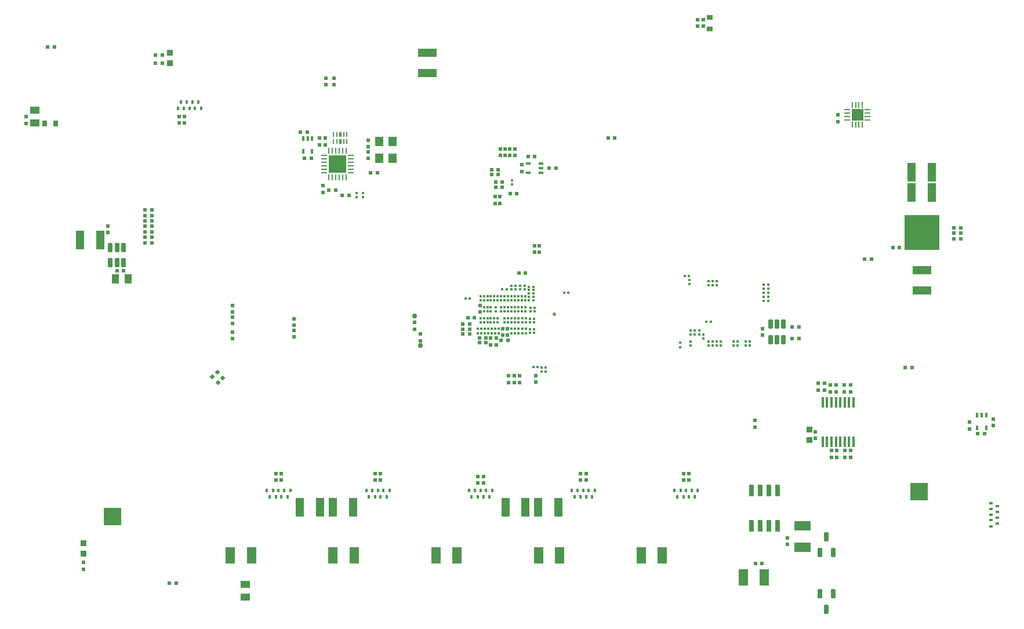
<source format=gbp>
%FSLAX23Y23*%
%MOIN*%
%SFA1B1*%

%IPPOS*%
%AMD23*
4,1,8,0.022200,-0.017400,0.022200,0.017400,0.017400,0.022200,-0.017400,0.022200,-0.022200,0.017400,-0.022200,-0.017400,-0.017400,-0.022200,0.017400,-0.022200,0.022200,-0.017400,0.0*
1,1,0.009780,0.017400,-0.017400*
1,1,0.009780,0.017400,0.017400*
1,1,0.009780,-0.017400,0.017400*
1,1,0.009780,-0.017400,-0.017400*
%
%AMD31*
4,1,8,0.004900,-0.015000,0.004900,0.015000,0.003700,0.016200,-0.003700,0.016200,-0.004900,0.015000,-0.004900,-0.015000,-0.003700,-0.016200,0.003700,-0.016200,0.004900,-0.015000,0.0*
1,1,0.002460,0.003700,-0.015000*
1,1,0.002460,0.003700,0.015000*
1,1,0.002460,-0.003700,0.015000*
1,1,0.002460,-0.003700,-0.015000*
%
%AMD32*
4,1,8,0.016200,-0.003700,0.016200,0.003700,0.015000,0.004900,-0.015000,0.004900,-0.016200,0.003700,-0.016200,-0.003700,-0.015000,-0.004900,0.015000,-0.004900,0.016200,-0.003700,0.0*
1,1,0.002460,0.015000,-0.003700*
1,1,0.002460,0.015000,0.003700*
1,1,0.002460,-0.015000,0.003700*
1,1,0.002460,-0.015000,-0.003700*
%
%AMD72*
4,1,8,-0.011800,0.023100,-0.011800,-0.023100,-0.008900,-0.026100,0.008900,-0.026100,0.011800,-0.023100,0.011800,0.023100,0.008900,0.026100,-0.008900,0.026100,-0.011800,0.023100,0.0*
1,1,0.005900,-0.008900,0.023100*
1,1,0.005900,-0.008900,-0.023100*
1,1,0.005900,0.008900,-0.023100*
1,1,0.005900,0.008900,0.023100*
%
%AMD80*
4,1,8,-0.007900,0.027100,-0.007900,-0.027100,-0.005900,-0.029000,0.005900,-0.029000,0.007900,-0.027100,0.007900,0.027100,0.005900,0.029000,-0.005900,0.029000,-0.007900,0.027100,0.0*
1,1,0.003940,-0.005900,0.027100*
1,1,0.003940,-0.005900,-0.027100*
1,1,0.003940,0.005900,-0.027100*
1,1,0.003940,0.005900,0.027100*
%
%AMD292*
4,1,8,-0.015000,-0.004900,0.015000,-0.004900,0.016200,-0.003700,0.016200,0.003700,0.015000,0.004900,-0.015000,0.004900,-0.016200,0.003700,-0.016200,-0.003700,-0.015000,-0.004900,0.0*
1,1,0.002460,-0.015000,-0.003700*
1,1,0.002460,0.015000,-0.003700*
1,1,0.002460,0.015000,0.003700*
1,1,0.002460,-0.015000,0.003700*
%
%AMD293*
4,1,8,-0.003700,-0.016200,0.003700,-0.016200,0.004900,-0.015000,0.004900,0.015000,0.003700,0.016200,-0.003700,0.016200,-0.004900,0.015000,-0.004900,-0.015000,-0.003700,-0.016200,0.0*
1,1,0.002460,-0.003700,-0.015000*
1,1,0.002460,0.003700,-0.015000*
1,1,0.002460,0.003700,0.015000*
1,1,0.002460,-0.003700,0.015000*
%
%AMD296*
4,1,8,-0.003900,0.012400,-0.003900,-0.012400,-0.002600,-0.013800,0.002600,-0.013800,0.003900,-0.012400,0.003900,0.012400,0.002600,0.013800,-0.002600,0.013800,-0.003900,0.012400,0.0*
1,1,0.002760,-0.002600,0.012400*
1,1,0.002760,-0.002600,-0.012400*
1,1,0.002760,0.002600,-0.012400*
1,1,0.002760,0.002600,0.012400*
%
%AMD297*
4,1,8,-0.007900,0.011000,-0.007900,-0.011000,-0.005100,-0.013800,0.005100,-0.013800,0.007900,-0.011000,0.007900,0.011000,0.005100,0.013800,-0.005100,0.013800,-0.007900,0.011000,0.0*
1,1,0.005520,-0.005100,0.011000*
1,1,0.005520,-0.005100,-0.011000*
1,1,0.005520,0.005100,-0.011000*
1,1,0.005520,0.005100,0.011000*
%
%AMD300*
4,1,4,0.000300,-0.014100,0.014100,-0.000300,-0.000300,0.014100,-0.014100,0.000300,0.000300,-0.014100,0.0*
%
%AMD301*
4,1,4,-0.000700,0.014800,-0.014800,0.000700,0.000700,-0.014800,0.014800,-0.000700,-0.000700,0.014800,0.0*
%
%AMD304*
4,1,8,0.011800,-0.031500,0.011800,0.031500,0.008900,0.034400,-0.008900,0.034400,-0.011800,0.031500,-0.011800,-0.031500,-0.008900,-0.034400,0.008900,-0.034400,0.011800,-0.031500,0.0*
1,1,0.005900,0.008900,-0.031500*
1,1,0.005900,0.008900,0.031500*
1,1,0.005900,-0.008900,0.031500*
1,1,0.005900,-0.008900,-0.031500*
%
%AMD320*
4,1,8,-0.010000,-0.013400,0.010000,-0.013400,0.013400,-0.010000,0.013400,0.010000,0.010000,0.013400,-0.010000,0.013400,-0.013400,0.010000,-0.013400,-0.010000,-0.010000,-0.013400,0.0*
1,1,0.006700,-0.010000,-0.010000*
1,1,0.006700,0.010000,-0.010000*
1,1,0.006700,0.010000,0.010000*
1,1,0.006700,-0.010000,0.010000*
%
G04~CAMADD=23~8~0.0~0.0~444.9~444.9~48.9~0.0~15~0.0~0.0~0.0~0.0~0~0.0~0.0~0.0~0.0~0~0.0~0.0~0.0~270.0~444.0~444.0*
%ADD23D23*%
%ADD26R,0.011810X0.023620*%
%ADD29R,0.020000X0.022000*%
G04~CAMADD=31~8~0.0~0.0~324.8~98.4~12.3~0.0~15~0.0~0.0~0.0~0.0~0~0.0~0.0~0.0~0.0~0~0.0~0.0~0.0~270.0~98.0~324.0*
%ADD31D31*%
G04~CAMADD=32~8~0.0~0.0~98.4~324.8~12.3~0.0~15~0.0~0.0~0.0~0.0~0~0.0~0.0~0.0~0.0~0~0.0~0.0~0.0~270.0~324.0~98.0*
%ADD32D32*%
%ADD40R,0.023620X0.011810*%
%ADD43R,0.045000X0.105000*%
%ADD46R,0.105000X0.045000*%
%ADD47R,0.022000X0.020000*%
%ADD48R,0.019680X0.020470*%
%ADD49C,0.029530*%
%ADD50R,0.015750X0.012210*%
%ADD51C,0.019680*%
%ADD56R,0.020470X0.019680*%
%ADD60R,0.040000X0.056000*%
%ADD62R,0.032280X0.035000*%
%ADD65R,0.202760X0.202760*%
%ADD67R,0.017720X0.012600*%
%ADD68R,0.015750X0.025590*%
%ADD69R,0.102360X0.102360*%
G04~CAMADD=72~8~0.0~0.0~521.7~236.2~29.5~0.0~15~0.0~0.0~0.0~0.0~0~0.0~0.0~0.0~0.0~0~0.0~0.0~0.0~90.0~236.0~522.0*
%ADD72D72*%
%ADD77R,0.025590X0.015750*%
G04~CAMADD=80~8~0.0~0.0~580.7~157.5~19.7~0.0~15~0.0~0.0~0.0~0.0~0~0.0~0.0~0.0~0.0~0~0.0~0.0~0.0~90.0~158.0~582.0*
%ADD80D80*%
%ADD83R,0.056000X0.040000*%
%ADD84R,0.012600X0.017720*%
%ADD95R,0.012210X0.015750*%
G04~CAMADD=292~8~0.0~0.0~324.8~98.4~12.3~0.0~15~0.0~0.0~0.0~0.0~0~0.0~0.0~0.0~0.0~0~0.0~0.0~0.0~180.0~324.0~98.0*
%ADD292D292*%
G04~CAMADD=293~8~0.0~0.0~98.4~324.8~12.3~0.0~15~0.0~0.0~0.0~0.0~0~0.0~0.0~0.0~0.0~0~0.0~0.0~0.0~180.0~98.0~324.0*
%ADD293D293*%
%ADD294R,0.066140X0.066140*%
%ADD295R,0.037400X0.031500*%
G04~CAMADD=296~8~0.0~0.0~275.6~78.7~13.8~0.0~15~0.0~0.0~0.0~0.0~0~0.0~0.0~0.0~0.0~0~0.0~0.0~0.0~90.0~80.0~276.0*
%ADD296D296*%
G04~CAMADD=297~8~0.0~0.0~275.6~157.5~27.6~0.0~15~0.0~0.0~0.0~0.0~0~0.0~0.0~0.0~0.0~0~0.0~0.0~0.0~90.0~158.0~276.0*
%ADD297D297*%
%ADD298R,0.047240X0.055120*%
%ADD299R,0.031500X0.037400*%
G04~CAMADD=300~9~0.0~0.0~196.8~204.7~0.0~0.0~0~0.0~0.0~0.0~0.0~0~0.0~0.0~0.0~0.0~0~0.0~0.0~0.0~225.0~282.0~281.0*
%ADD300D300*%
G04~CAMADD=301~9~0.0~0.0~200.0~220.0~0.0~0.0~0~0.0~0.0~0.0~0.0~0~0.0~0.0~0.0~0.0~0~0.0~0.0~0.0~45.0~296.0~295.0*
%ADD301D301*%
%ADD302R,0.052170X0.092520*%
%ADD303R,0.092520X0.052170*%
G04~CAMADD=304~8~0.0~0.0~689.0~236.2~29.5~0.0~15~0.0~0.0~0.0~0.0~0~0.0~0.0~0.0~0.0~0~0.0~0.0~0.0~270.0~236.0~689.0*
%ADD304D304*%
G04~CAMADD=320~8~0.0~0.0~267.7~267.7~33.5~0.0~15~0.0~0.0~0.0~0.0~0~0.0~0.0~0.0~0.0~0~0.0~0.0~0.0~180.0~268.0~268.0*
%ADD320D320*%
%LNbenchy-mb-pcb-changes-1*%
%LPD*%
G54D23*
X2734Y3437D03*
X2785D03*
X2734Y3385D03*
X2785D03*
G54D26*
X1976Y3731D03*
X1940D03*
X1909D03*
X1877D03*
X1842D03*
X1858Y3768D03*
X1893D03*
X1925D03*
X1960D03*
X4696Y1534D03*
X4732D03*
X4763D03*
X4795D03*
X4830D03*
X4814Y1497D03*
X4779D03*
X4748D03*
X4712D03*
X4106Y1534D03*
X4141D03*
X4173D03*
X4204D03*
X4240D03*
X4224Y1497D03*
X4188D03*
X4157D03*
X4122D03*
X3515Y1534D03*
X3551D03*
X3582D03*
X3614D03*
X3649D03*
X3633Y1497D03*
X3598D03*
X3566D03*
X3531D03*
X2925Y1534D03*
X2960D03*
X2992D03*
X3023D03*
X3059D03*
X3043Y1497D03*
X3007D03*
X2976D03*
X2940D03*
X2354Y1534D03*
X2389D03*
X2421D03*
X2452D03*
X2488D03*
X2472Y1497D03*
X2437D03*
X2405D03*
X2370D03*
G54D29*
X6302Y3045D03*
X6342D03*
X6302Y3013D03*
X6342D03*
Y2982D03*
X6302D03*
X5791Y2864D03*
X5831D03*
X3976Y3387D03*
X4016D03*
X2708Y3261D03*
X2748D03*
X2787Y3230D03*
X2827D03*
X2948Y3360D03*
X2988D03*
X2586Y3596D03*
X2546D03*
X2610Y3446D03*
X2570D03*
X1714Y4037D03*
X1754D03*
X1714Y3990D03*
X1754D03*
X1094Y4084D03*
X1134D03*
X1653Y3147D03*
X1693D03*
X1653Y3116D03*
X1693D03*
X1653Y3084D03*
X1693D03*
Y3053D03*
X1653D03*
Y3021D03*
X1693D03*
X1653Y2990D03*
X1693D03*
X1653Y2958D03*
X1693D03*
X1794Y1001D03*
X1834D03*
X5373Y2474D03*
X5413D03*
X5373Y2407D03*
X5413D03*
X6440Y1860D03*
X6480D03*
G54D31*
X2710Y3335D03*
X2730D03*
X2750D03*
X2769D03*
X2789D03*
X2809D03*
Y3487D03*
X2789D03*
X2769D03*
X2750D03*
X2730D03*
X2710D03*
G54D32*
X2683Y3460D03*
Y3440D03*
Y3421D03*
Y3401D03*
Y3381D03*
Y3362D03*
X2836D03*
Y3381D03*
Y3401D03*
Y3421D03*
Y3440D03*
Y3460D03*
G54D40*
X6516Y1328D03*
Y1364D03*
Y1395D03*
Y1427D03*
Y1462D03*
X6554Y1446D03*
Y1411D03*
Y1379D03*
Y1344D03*
G54D43*
X1280Y2974D03*
X1396D03*
X6176Y3366D03*
X6060D03*
X6176Y3248D03*
X6060D03*
X4030Y1438D03*
X3914D03*
X3725D03*
X3841D03*
X2733D03*
X2849D03*
X2660D03*
X2544D03*
G54D46*
X6118Y2802D03*
Y2686D03*
X3277Y3936D03*
Y4052D03*
G54D47*
X3818Y3367D03*
Y3407D03*
X2677Y3249D03*
Y3289D03*
X1299Y1082D03*
Y1122D03*
X5625Y2100D03*
Y2140D03*
X5594Y2100D03*
Y2140D03*
X5523Y2111D03*
Y2151D03*
X5559Y2111D03*
Y2151D03*
X5673Y2100D03*
Y2140D03*
X5708Y2100D03*
Y2140D03*
X5629Y1764D03*
Y1724D03*
X5598Y1764D03*
Y1724D03*
X5677Y1764D03*
Y1724D03*
X5708Y1764D03*
Y1724D03*
X5161Y1939D03*
Y1899D03*
X6393Y1927D03*
Y1887D03*
X3204Y2502D03*
Y2462D03*
X3236Y2435D03*
Y2395D03*
G54D48*
X6024Y2242D03*
X6062D03*
X1530Y2797D03*
X1492D03*
X5953Y2931D03*
X5991D03*
X3892Y3454D03*
X3855D03*
X3518Y2435D03*
X3481D03*
X3518Y2462D03*
X3481D03*
X3518Y2490D03*
X3481D03*
X3546Y2529D03*
X3508D03*
X3613Y2411D03*
X3575D03*
X3613Y2383D03*
X3575D03*
X3701Y2399D03*
X3739D03*
X3790Y3242D03*
X3752D03*
X3670Y3279D03*
X3707D03*
X3670Y3307D03*
X3707D03*
X3684Y3350D03*
X3646D03*
X3684Y3377D03*
X3646D03*
X4315Y3561D03*
X4353D03*
X5200Y1116D03*
X5162D03*
X3803Y2785D03*
X3841D03*
G54D49*
X3204Y2537D03*
X3236Y2368D03*
G54D50*
X4881Y2505D03*
X4905D03*
X4086Y2671D03*
X4062D03*
X4779Y2769D03*
X4755D03*
X3885Y2246D03*
X3909D03*
G54D51*
X4007Y2549D03*
G54D56*
X2157Y2408D03*
Y2446D03*
Y2532D03*
Y2494D03*
Y2561D03*
Y2599D03*
X2511Y2485D03*
Y2522D03*
Y2455D03*
Y2418D03*
X1440Y3056D03*
Y3018D03*
X4862Y4203D03*
Y4241D03*
X4830Y4203D03*
Y4241D03*
X5637Y3656D03*
Y3694D03*
X3578Y2561D03*
Y2599D03*
X3641Y2410D03*
Y2372D03*
X3708Y2427D03*
Y2465D03*
X3673Y2410D03*
Y2372D03*
X3736Y2427D03*
Y2465D03*
X3692Y3185D03*
Y3223D03*
X3665Y3185D03*
Y3223D03*
X3696Y3499D03*
Y3461D03*
X3724Y3499D03*
Y3461D03*
X3751Y3499D03*
Y3461D03*
X3779Y3499D03*
Y3461D03*
X2937Y3443D03*
Y3481D03*
Y3548D03*
Y3510D03*
X2657Y3560D03*
Y3522D03*
X2688Y3560D03*
Y3522D03*
X2692Y3906D03*
Y3868D03*
X2740Y3906D03*
Y3868D03*
X1850Y3648D03*
Y3686D03*
X1881Y3648D03*
Y3686D03*
X970Y3646D03*
Y3684D03*
X5346Y1223D03*
Y1261D03*
X2405Y1593D03*
Y1631D03*
X2437Y1593D03*
Y1631D03*
X2976Y1593D03*
Y1631D03*
X3007Y1593D03*
Y1631D03*
X5204Y2427D03*
Y2465D03*
X5507Y1833D03*
Y1871D03*
X6529Y1946D03*
Y1908D03*
X4779Y1593D03*
Y1631D03*
X4748Y1593D03*
Y1631D03*
X4157Y1593D03*
Y1631D03*
X4188Y1593D03*
Y1631D03*
X3566Y1577D03*
Y1615D03*
X3598Y1577D03*
Y1615D03*
X3901Y2196D03*
Y2158D03*
X3744Y2194D03*
Y2156D03*
X3807Y2194D03*
Y2156D03*
X3775Y2194D03*
Y2156D03*
X3893Y2904D03*
Y2942D03*
X3921Y2904D03*
Y2942D03*
G54D60*
X1482Y2750D03*
X1557D03*
G54D62*
X1797Y4052D03*
Y3991D03*
X1299Y1170D03*
Y1231D03*
X5472Y1825D03*
Y1886D03*
G54D65*
X6118Y3019D03*
G54D67*
X3733Y2690D03*
X3707D03*
X3759D03*
X3784D03*
X3759Y2710D03*
X3784D03*
X3810Y2690D03*
X3835D03*
X3890Y2442D03*
X3865D03*
X3890Y2462D03*
X3865D03*
X3890Y2501D03*
X3865D03*
X3890Y2521D03*
X3865D03*
X3894Y2564D03*
X3869D03*
X3894Y2584D03*
X3869D03*
X3886Y2627D03*
X3861D03*
X3886Y2647D03*
X3861D03*
X3886Y2667D03*
X3861D03*
X3835Y2710D03*
X3810D03*
X3886Y2706D03*
X3861D03*
X3886Y2687D03*
X3861D03*
X3520Y2639D03*
X3495D03*
X5209Y2718D03*
X5235D03*
X5209Y2694D03*
X5235D03*
X5209Y2671D03*
X5235D03*
X5209Y2647D03*
X5235D03*
X5209Y2624D03*
X5235D03*
G54D68*
X2562Y3559D03*
X2588D03*
X2614D03*
Y3484D03*
X2562D03*
X6437Y1968D03*
X6462D03*
X6488D03*
Y1893D03*
X6437D03*
G54D69*
X6104Y1527D03*
X1465Y1385D03*
X2759Y3411D03*
G54D72*
X1454Y2843D03*
X1492D03*
X1529D03*
Y2932D03*
X1492D03*
X1454D03*
X5570Y1267D03*
X5533Y1177D03*
X5608D03*
X5570Y850D03*
X5608Y940D03*
X5533D03*
X5324Y2402D03*
X5287D03*
X5250D03*
Y2491D03*
X5287D03*
X5324D03*
G54D77*
X3856Y3413D03*
Y3362D03*
X3931D03*
Y3387D03*
Y3413D03*
G54D80*
X5650Y2041D03*
X5573D03*
X5548D03*
Y1816D03*
X5573D03*
X5599D03*
Y2041D03*
X5625D03*
X5701D03*
X5727D03*
X5676D03*
Y1816D03*
X5625D03*
X5650D03*
X5701D03*
X5727D03*
G54D83*
X1019Y3722D03*
Y3647D03*
X2228Y996D03*
Y921D03*
G54D84*
X4838Y2455D03*
Y2430D03*
X3566Y2463D03*
Y2438D03*
X3586Y2463D03*
Y2438D03*
X3606Y2463D03*
Y2438D03*
X3582Y2501D03*
Y2526D03*
X3602Y2501D03*
Y2526D03*
Y2589D03*
Y2564D03*
X3622Y2589D03*
Y2564D03*
X3625Y2463D03*
Y2438D03*
X3645Y2463D03*
Y2438D03*
X3622Y2501D03*
Y2526D03*
X3641Y2501D03*
Y2526D03*
X3661Y2501D03*
Y2526D03*
X3641Y2589D03*
Y2564D03*
X3669Y2589D03*
Y2564D03*
X3582Y2627D03*
Y2652D03*
X3602Y2627D03*
Y2652D03*
X3622Y2627D03*
Y2652D03*
X3641Y2627D03*
Y2652D03*
X3661Y2627D03*
Y2652D03*
X3681Y2526D03*
Y2501D03*
X3665Y2463D03*
Y2438D03*
X3685Y2463D03*
Y2438D03*
X3681Y2627D03*
Y2652D03*
X3700Y2589D03*
Y2564D03*
X3720Y2589D03*
Y2564D03*
Y2501D03*
Y2526D03*
X3740Y2589D03*
Y2564D03*
X3700Y2627D03*
Y2652D03*
X3720Y2627D03*
Y2652D03*
X3759Y2589D03*
Y2564D03*
X3740Y2627D03*
Y2652D03*
Y2501D03*
Y2526D03*
X3759Y2501D03*
Y2526D03*
Y2438D03*
Y2463D03*
X3779Y2438D03*
Y2463D03*
Y2501D03*
Y2526D03*
Y2589D03*
Y2564D03*
X3799Y2589D03*
Y2564D03*
X3779Y2627D03*
Y2652D03*
X3759Y2627D03*
Y2652D03*
X3799Y2501D03*
Y2526D03*
Y2438D03*
Y2463D03*
X3822Y2438D03*
Y2463D03*
Y2501D03*
Y2526D03*
X3799Y2627D03*
Y2652D03*
X3818Y2627D03*
Y2652D03*
X3842Y2438D03*
Y2463D03*
Y2501D03*
Y2526D03*
X3818Y2589D03*
Y2564D03*
X3838Y2589D03*
Y2564D03*
Y2652D03*
Y2627D03*
X4783Y2721D03*
Y2746D03*
X4893Y2713D03*
Y2738D03*
X4917Y2713D03*
Y2738D03*
X4940Y2713D03*
Y2738D03*
X4728Y2384D03*
Y2359D03*
X4791Y2392D03*
Y2367D03*
X4893Y2392D03*
Y2367D03*
X4917Y2392D03*
Y2367D03*
X4940Y2392D03*
Y2367D03*
X4964Y2392D03*
Y2367D03*
X5035Y2392D03*
Y2367D03*
X5059Y2392D03*
Y2367D03*
X5106Y2392D03*
Y2367D03*
X5129Y2392D03*
Y2367D03*
X3956Y2242D03*
Y2217D03*
G54D95*
X4862Y2431D03*
Y2407D03*
X4814Y2430D03*
Y2454D03*
X4791D03*
Y2430D03*
X3763Y3317D03*
Y3293D03*
X2870Y3246D03*
Y3222D03*
X2905Y3246D03*
Y3222D03*
X3933Y2242D03*
Y2218D03*
G54D292*
X5805Y3724D03*
Y3704D03*
Y3685D03*
Y3665D03*
X5690D03*
Y3685D03*
Y3704D03*
Y3724D03*
G54D293*
X5777Y3637D03*
X5757D03*
X5738D03*
X5718D03*
Y3752D03*
X5738D03*
X5757D03*
X5777D03*
G54D294*
X5748Y3694D03*
G54D295*
X4901Y4189D03*
Y4254D03*
G54D296*
X2755Y3540D03*
X2736D03*
X2795D03*
X2814D03*
X2736Y3581D03*
X2755D03*
X2814D03*
X2795D03*
G54D297*
X2775Y3540D03*
Y3581D03*
G54D298*
X3001Y3541D03*
X3076D03*
Y3446D03*
X3001D03*
G54D299*
X1075Y3645D03*
X1140D03*
G54D300*
X2068Y2214D03*
X2041Y2187D03*
G54D301*
X2100Y2181D03*
X2072Y2153D03*
G54D302*
X2144Y1161D03*
X2265D03*
X2734D03*
X2855D03*
X3325D03*
X3446D03*
X5093Y1033D03*
X5214D03*
X4506Y1161D03*
X4627D03*
X4036D03*
X3915D03*
G54D303*
X5433Y1330D03*
Y1209D03*
G54D304*
X5141Y1534D03*
Y1331D03*
X5241Y1534D03*
X5191D03*
X5291D03*
X5241Y1331D03*
X5191D03*
X5291D03*
G54D320*
X5764Y3678D03*
Y3711D03*
X5731D03*
Y3678D03*
M02*
</source>
